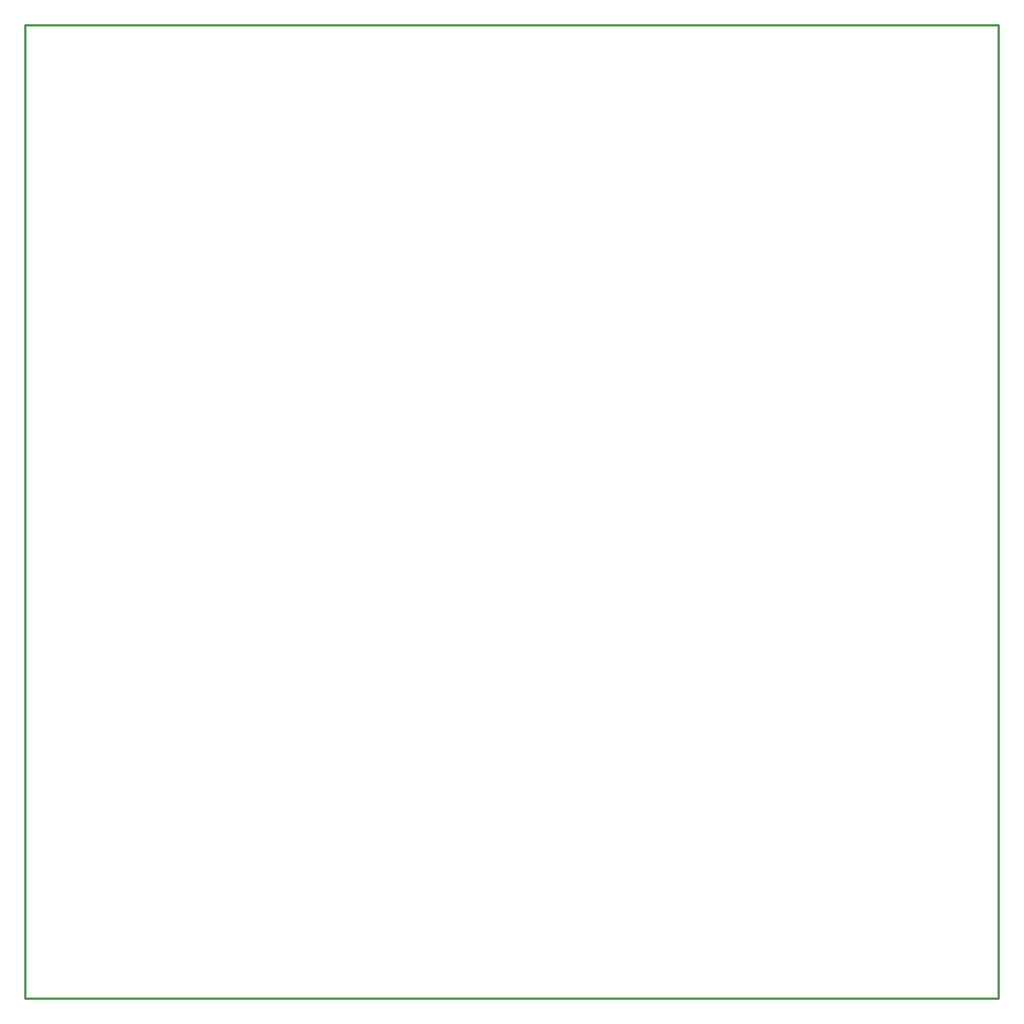
<source format=gko>
%FSLAX25Y25*%
%MOIN*%
G70*
G01*
G75*
G04 Layer_Color=16711935*
%ADD10C,0.01000*%
%ADD11C,0.00689*%
%ADD12C,0.00669*%
%ADD13C,0.00827*%
%ADD14C,0.01575*%
%ADD15C,0.00787*%
%ADD16O,0.07087X0.01181*%
%ADD17O,0.01181X0.07087*%
%ADD18R,0.04921X0.06693*%
%ADD19R,0.09843X0.07874*%
%ADD20R,0.09843X0.01969*%
%ADD21O,0.04724X0.02362*%
%ADD22R,0.00984X0.01378*%
%ADD23O,0.00984X0.01378*%
%ADD24R,0.04724X0.04724*%
%ADD25R,0.04724X0.09449*%
G04:AMPARAMS|DCode=26|XSize=70.87mil|YSize=43.31mil|CornerRadius=0mil|HoleSize=0mil|Usage=FLASHONLY|Rotation=270.000|XOffset=0mil|YOffset=0mil|HoleType=Round|Shape=Octagon|*
%AMOCTAGOND26*
4,1,8,-0.01083,-0.03543,0.01083,-0.03543,0.02165,-0.02461,0.02165,0.02461,0.01083,0.03543,-0.01083,0.03543,-0.02165,0.02461,-0.02165,-0.02461,-0.01083,-0.03543,0.0*
%
%ADD26OCTAGOND26*%

%ADD27R,0.05118X0.04134*%
%ADD28R,0.04134X0.05118*%
G04:AMPARAMS|DCode=29|XSize=39.37mil|YSize=25.59mil|CornerRadius=0mil|HoleSize=0mil|Usage=FLASHONLY|Rotation=270.000|XOffset=0mil|YOffset=0mil|HoleType=Round|Shape=Octagon|*
%AMOCTAGOND29*
4,1,8,-0.00640,-0.01969,0.00640,-0.01969,0.01280,-0.01329,0.01280,0.01329,0.00640,0.01969,-0.00640,0.01969,-0.01280,0.01329,-0.01280,-0.01329,-0.00640,-0.01969,0.0*
%
%ADD29OCTAGOND29*%

G04:AMPARAMS|DCode=30|XSize=39.37mil|YSize=19.69mil|CornerRadius=0mil|HoleSize=0mil|Usage=FLASHONLY|Rotation=270.000|XOffset=0mil|YOffset=0mil|HoleType=Round|Shape=Octagon|*
%AMOCTAGOND30*
4,1,8,-0.00492,-0.01969,0.00492,-0.01969,0.00984,-0.01476,0.00984,0.01476,0.00492,0.01969,-0.00492,0.01969,-0.00984,0.01476,-0.00984,-0.01476,-0.00492,-0.01969,0.0*
%
%ADD30OCTAGOND30*%

%ADD31R,0.05906X0.03150*%
G04:AMPARAMS|DCode=32|XSize=59.06mil|YSize=31.5mil|CornerRadius=0mil|HoleSize=0mil|Usage=FLASHONLY|Rotation=180.000|XOffset=0mil|YOffset=0mil|HoleType=Round|Shape=Octagon|*
%AMOCTAGOND32*
4,1,8,-0.02953,0.00787,-0.02953,-0.00787,-0.02165,-0.01575,0.02165,-0.01575,0.02953,-0.00787,0.02953,0.00787,0.02165,0.01575,-0.02165,0.01575,-0.02953,0.00787,0.0*
%
%ADD32OCTAGOND32*%

G04:AMPARAMS|DCode=33|XSize=78.74mil|YSize=57.09mil|CornerRadius=0mil|HoleSize=0mil|Usage=FLASHONLY|Rotation=180.000|XOffset=0mil|YOffset=0mil|HoleType=Round|Shape=Octagon|*
%AMOCTAGOND33*
4,1,8,-0.03937,0.01427,-0.03937,-0.01427,-0.02510,-0.02854,0.02510,-0.02854,0.03937,-0.01427,0.03937,0.01427,0.02510,0.02854,-0.02510,0.02854,-0.03937,0.01427,0.0*
%
%ADD33OCTAGOND33*%

G04:AMPARAMS|DCode=34|XSize=47.24mil|YSize=39.37mil|CornerRadius=0mil|HoleSize=0mil|Usage=FLASHONLY|Rotation=90.000|XOffset=0mil|YOffset=0mil|HoleType=Round|Shape=Octagon|*
%AMOCTAGOND34*
4,1,8,0.00984,0.02362,-0.00984,0.02362,-0.01969,0.01378,-0.01969,-0.01378,-0.00984,-0.02362,0.00984,-0.02362,0.01969,-0.01378,0.01969,0.01378,0.00984,0.02362,0.0*
%
%ADD34OCTAGOND34*%

%ADD35O,0.02087X0.07795*%
%ADD36R,0.02087X0.07795*%
%ADD37O,0.06102X0.00984*%
%ADD38O,0.00984X0.06102*%
%ADD39O,0.01772X0.01181*%
%ADD40R,0.01772X0.01181*%
%ADD41R,0.01181X0.01772*%
%ADD42R,0.02165X0.04134*%
%ADD43O,0.02165X0.04134*%
%ADD44R,0.01969X0.01575*%
%ADD45O,0.01969X0.01575*%
%ADD46O,0.02232X0.01181*%
%ADD47R,0.02232X0.01181*%
%ADD48R,0.01181X0.02232*%
%ADD49O,0.01181X0.01575*%
%ADD50R,0.01181X0.01575*%
%ADD51R,0.01575X0.01181*%
%ADD52R,0.07874X0.07874*%
%ADD53R,0.06693X0.04921*%
%ADD54R,0.03150X0.04724*%
%ADD55R,0.03150X0.03543*%
%ADD56R,0.04724X0.03150*%
%ADD57C,0.00650*%
%ADD58C,0.01969*%
%ADD59C,0.02362*%
%ADD60R,0.23000X0.17000*%
%ADD61R,0.05906X0.05906*%
%ADD62C,0.05906*%
%ADD63R,0.04724X0.04724*%
%ADD64C,0.04724*%
%ADD65C,0.07087*%
%ADD66R,0.07087X0.07087*%
%ADD67R,0.05906X0.05906*%
%ADD68C,0.06496*%
%ADD69R,0.06299X0.06299*%
%ADD70C,0.06299*%
%ADD71O,0.07874X0.09843*%
%ADD72C,0.07874*%
%ADD73R,0.04921X0.04921*%
%ADD74C,0.04921*%
%ADD75R,0.04921X0.04921*%
%ADD76C,0.19685*%
%ADD77C,0.02701*%
%ADD78C,0.05000*%
%ADD79C,0.03937*%
%ADD80C,0.07874*%
%ADD81C,0.02756*%
%ADD82C,0.02953*%
%ADD83C,0.05394*%
%ADD84R,0.02756X0.03150*%
%ADD85R,0.19685X0.28543*%
%ADD86R,0.08268X0.05118*%
%ADD87O,0.08268X0.05118*%
%ADD88R,0.23622X0.07874*%
%ADD89R,0.25598X0.30299*%
%ADD90R,0.04685X0.09055*%
G04:AMPARAMS|DCode=91|XSize=39.37mil|YSize=25.59mil|CornerRadius=0mil|HoleSize=0mil|Usage=FLASHONLY|Rotation=0.000|XOffset=0mil|YOffset=0mil|HoleType=Round|Shape=Octagon|*
%AMOCTAGOND91*
4,1,8,0.01969,-0.00640,0.01969,0.00640,0.01329,0.01280,-0.01329,0.01280,-0.01969,0.00640,-0.01969,-0.00640,-0.01329,-0.01280,0.01329,-0.01280,0.01969,-0.00640,0.0*
%
%ADD91OCTAGOND91*%

G04:AMPARAMS|DCode=92|XSize=39.37mil|YSize=19.69mil|CornerRadius=0mil|HoleSize=0mil|Usage=FLASHONLY|Rotation=0.000|XOffset=0mil|YOffset=0mil|HoleType=Round|Shape=Octagon|*
%AMOCTAGOND92*
4,1,8,0.01969,-0.00492,0.01969,0.00492,0.01476,0.00984,-0.01476,0.00984,-0.01969,0.00492,-0.01969,-0.00492,-0.01476,-0.00984,0.01476,-0.00984,0.01969,-0.00492,0.0*
%
%ADD92OCTAGOND92*%

%ADD93O,0.04095X0.01969*%
%ADD94R,0.04095X0.01969*%
%ADD95R,0.11000X0.15000*%
%ADD96C,0.04921*%
%ADD97C,0.00984*%
%ADD98C,0.00394*%
%ADD99C,0.00197*%
%ADD100C,0.00800*%
%ADD101C,0.00591*%
%ADD102R,0.21300X0.15037*%
%ADD103R,0.21000X0.15000*%
%ADD104C,0.01181*%
D104*
X0Y0D02*
Y589764D01*
X589764D01*
Y0D02*
Y589764D01*
X0Y0D02*
X589764D01*
M02*

</source>
